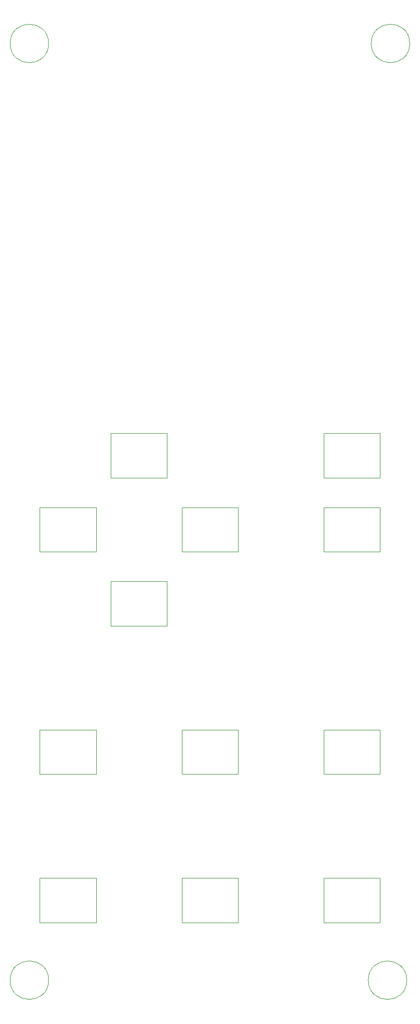
<source format=gbr>
%TF.GenerationSoftware,KiCad,Pcbnew,(6.0.8)*%
%TF.CreationDate,2022-11-02T23:41:58+01:00*%
%TF.ProjectId,crane,6372616e-652e-46b6-9963-61645f706362,rev?*%
%TF.SameCoordinates,Original*%
%TF.FileFunction,Other,User*%
%FSLAX46Y46*%
G04 Gerber Fmt 4.6, Leading zero omitted, Abs format (unit mm)*
G04 Created by KiCad (PCBNEW (6.0.8)) date 2022-11-02 23:41:58*
%MOMM*%
%LPD*%
G01*
G04 APERTURE LIST*
%ADD10C,0.050000*%
G04 APERTURE END LIST*
D10*
%TO.C,SW11*%
X154750000Y-240250000D02*
X154750000Y-240000000D01*
X145250000Y-240250000D02*
X145500000Y-240250000D01*
X154750000Y-233000000D02*
X154750000Y-240000000D01*
X145250000Y-240000000D02*
X145250000Y-233000000D01*
X145250000Y-232750000D02*
X145500000Y-232750000D01*
X145250000Y-233000000D02*
X145250000Y-232750000D01*
X154500000Y-240250000D02*
X145500000Y-240250000D01*
X145250000Y-240000000D02*
X145250000Y-240250000D01*
X154750000Y-232750000D02*
X154750000Y-233000000D01*
X154500000Y-240250000D02*
X154750000Y-240250000D01*
X145500000Y-232750000D02*
X154500000Y-232750000D01*
X154500000Y-232750000D02*
X154750000Y-232750000D01*
%TO.C,SW5*%
X145500000Y-170250000D02*
X154500000Y-170250000D01*
X154750000Y-177750000D02*
X154750000Y-177500000D01*
X154750000Y-170500000D02*
X154750000Y-177500000D01*
X154500000Y-177750000D02*
X154750000Y-177750000D01*
X145250000Y-170500000D02*
X145250000Y-170250000D01*
X154500000Y-170250000D02*
X154750000Y-170250000D01*
X145250000Y-177500000D02*
X145250000Y-177750000D01*
X145250000Y-177750000D02*
X145500000Y-177750000D01*
X145250000Y-177500000D02*
X145250000Y-170500000D01*
X154750000Y-170250000D02*
X154750000Y-170500000D01*
X154500000Y-177750000D02*
X145500000Y-177750000D01*
X145250000Y-170250000D02*
X145500000Y-170250000D01*
%TO.C,SW8*%
X145250000Y-215250000D02*
X145500000Y-215250000D01*
X145250000Y-207750000D02*
X145500000Y-207750000D01*
X154750000Y-215250000D02*
X154750000Y-215000000D01*
X145250000Y-208000000D02*
X145250000Y-207750000D01*
X154500000Y-215250000D02*
X154750000Y-215250000D01*
X154500000Y-215250000D02*
X145500000Y-215250000D01*
X145250000Y-215000000D02*
X145250000Y-208000000D01*
X154500000Y-207750000D02*
X154750000Y-207750000D01*
X154750000Y-207750000D02*
X154750000Y-208000000D01*
X154750000Y-208000000D02*
X154750000Y-215000000D01*
X145250000Y-215000000D02*
X145250000Y-215250000D01*
X145500000Y-207750000D02*
X154500000Y-207750000D01*
%TO.C,H2*%
X183250000Y-250000000D02*
G75*
G03*
X183250000Y-250000000I-3250000J0D01*
G01*
%TO.C,SW10*%
X130750000Y-232750000D02*
X130750000Y-233000000D01*
X121250000Y-240250000D02*
X121500000Y-240250000D01*
X130500000Y-240250000D02*
X121500000Y-240250000D01*
X121250000Y-232750000D02*
X121500000Y-232750000D01*
X121250000Y-240000000D02*
X121250000Y-240250000D01*
X121500000Y-232750000D02*
X130500000Y-232750000D01*
X130500000Y-232750000D02*
X130750000Y-232750000D01*
X130750000Y-233000000D02*
X130750000Y-240000000D01*
X130750000Y-240250000D02*
X130750000Y-240000000D01*
X130500000Y-240250000D02*
X130750000Y-240250000D01*
X121250000Y-233000000D02*
X121250000Y-232750000D01*
X121250000Y-240000000D02*
X121250000Y-233000000D01*
%TO.C,H3*%
X122750000Y-250000000D02*
G75*
G03*
X122750000Y-250000000I-3250000J0D01*
G01*
%TO.C,SW12*%
X169500000Y-232750000D02*
X178500000Y-232750000D01*
X178500000Y-240250000D02*
X178750000Y-240250000D01*
X178750000Y-240250000D02*
X178750000Y-240000000D01*
X178500000Y-240250000D02*
X169500000Y-240250000D01*
X178500000Y-232750000D02*
X178750000Y-232750000D01*
X169250000Y-233000000D02*
X169250000Y-232750000D01*
X169250000Y-240000000D02*
X169250000Y-233000000D01*
X178750000Y-232750000D02*
X178750000Y-233000000D01*
X178750000Y-233000000D02*
X178750000Y-240000000D01*
X169250000Y-232750000D02*
X169500000Y-232750000D01*
X169250000Y-240250000D02*
X169500000Y-240250000D01*
X169250000Y-240000000D02*
X169250000Y-240250000D01*
%TO.C,SW1*%
X178500000Y-165250000D02*
X178750000Y-165250000D01*
X178750000Y-158000000D02*
X178750000Y-165000000D01*
X178500000Y-165250000D02*
X169500000Y-165250000D01*
X169500000Y-157750000D02*
X178500000Y-157750000D01*
X178500000Y-157750000D02*
X178750000Y-157750000D01*
X169250000Y-165250000D02*
X169500000Y-165250000D01*
X178750000Y-165250000D02*
X178750000Y-165000000D01*
X169250000Y-165000000D02*
X169250000Y-165250000D01*
X169250000Y-158000000D02*
X169250000Y-157750000D01*
X169250000Y-157750000D02*
X169500000Y-157750000D01*
X169250000Y-165000000D02*
X169250000Y-158000000D01*
X178750000Y-157750000D02*
X178750000Y-158000000D01*
%TO.C,H4*%
X183750000Y-92000000D02*
G75*
G03*
X183750000Y-92000000I-3250000J0D01*
G01*
%TO.C,SW3*%
X142750000Y-157750000D02*
X142750000Y-158000000D01*
X133250000Y-165000000D02*
X133250000Y-165250000D01*
X142500000Y-165250000D02*
X142750000Y-165250000D01*
X133500000Y-157750000D02*
X142500000Y-157750000D01*
X133250000Y-165000000D02*
X133250000Y-158000000D01*
X142750000Y-158000000D02*
X142750000Y-165000000D01*
X133250000Y-165250000D02*
X133500000Y-165250000D01*
X133250000Y-158000000D02*
X133250000Y-157750000D01*
X142750000Y-165250000D02*
X142750000Y-165000000D01*
X133250000Y-157750000D02*
X133500000Y-157750000D01*
X142500000Y-157750000D02*
X142750000Y-157750000D01*
X142500000Y-165250000D02*
X133500000Y-165250000D01*
%TO.C,SW9*%
X178750000Y-215250000D02*
X178750000Y-215000000D01*
X169250000Y-215250000D02*
X169500000Y-215250000D01*
X178750000Y-207750000D02*
X178750000Y-208000000D01*
X169250000Y-207750000D02*
X169500000Y-207750000D01*
X178500000Y-207750000D02*
X178750000Y-207750000D01*
X178750000Y-208000000D02*
X178750000Y-215000000D01*
X178500000Y-215250000D02*
X169500000Y-215250000D01*
X169250000Y-208000000D02*
X169250000Y-207750000D01*
X169500000Y-207750000D02*
X178500000Y-207750000D01*
X169250000Y-215000000D02*
X169250000Y-215250000D01*
X169250000Y-215000000D02*
X169250000Y-208000000D01*
X178500000Y-215250000D02*
X178750000Y-215250000D01*
%TO.C,SW2*%
X130750000Y-170250000D02*
X130750000Y-170500000D01*
X121500000Y-170250000D02*
X130500000Y-170250000D01*
X130500000Y-170250000D02*
X130750000Y-170250000D01*
X130750000Y-177750000D02*
X130750000Y-177500000D01*
X130500000Y-177750000D02*
X121500000Y-177750000D01*
X121250000Y-177750000D02*
X121500000Y-177750000D01*
X121250000Y-170500000D02*
X121250000Y-170250000D01*
X130500000Y-177750000D02*
X130750000Y-177750000D01*
X121250000Y-170250000D02*
X121500000Y-170250000D01*
X130750000Y-170500000D02*
X130750000Y-177500000D01*
X121250000Y-177500000D02*
X121250000Y-170500000D01*
X121250000Y-177500000D02*
X121250000Y-177750000D01*
%TO.C,SW7*%
X130500000Y-207750000D02*
X130750000Y-207750000D01*
X121250000Y-215000000D02*
X121250000Y-208000000D01*
X121250000Y-215000000D02*
X121250000Y-215250000D01*
X121250000Y-215250000D02*
X121500000Y-215250000D01*
X130750000Y-207750000D02*
X130750000Y-208000000D01*
X130750000Y-208000000D02*
X130750000Y-215000000D01*
X121250000Y-207750000D02*
X121500000Y-207750000D01*
X121500000Y-207750000D02*
X130500000Y-207750000D01*
X130500000Y-215250000D02*
X130750000Y-215250000D01*
X130750000Y-215250000D02*
X130750000Y-215000000D01*
X121250000Y-208000000D02*
X121250000Y-207750000D01*
X130500000Y-215250000D02*
X121500000Y-215250000D01*
%TO.C,H1*%
X122750000Y-92000000D02*
G75*
G03*
X122750000Y-92000000I-3250000J0D01*
G01*
%TO.C,SW4*%
X142750000Y-183000000D02*
X142750000Y-190000000D01*
X133250000Y-190000000D02*
X133250000Y-183000000D01*
X133250000Y-182750000D02*
X133500000Y-182750000D01*
X142500000Y-182750000D02*
X142750000Y-182750000D01*
X133500000Y-182750000D02*
X142500000Y-182750000D01*
X142750000Y-182750000D02*
X142750000Y-183000000D01*
X142500000Y-190250000D02*
X133500000Y-190250000D01*
X133250000Y-190000000D02*
X133250000Y-190250000D01*
X142500000Y-190250000D02*
X142750000Y-190250000D01*
X133250000Y-190250000D02*
X133500000Y-190250000D01*
X142750000Y-190250000D02*
X142750000Y-190000000D01*
X133250000Y-183000000D02*
X133250000Y-182750000D01*
%TO.C,SW6*%
X178500000Y-177750000D02*
X178750000Y-177750000D01*
X169250000Y-177500000D02*
X169250000Y-177750000D01*
X169500000Y-170250000D02*
X178500000Y-170250000D01*
X178500000Y-177750000D02*
X169500000Y-177750000D01*
X169250000Y-177500000D02*
X169250000Y-170500000D01*
X178500000Y-170250000D02*
X178750000Y-170250000D01*
X178750000Y-170250000D02*
X178750000Y-170500000D01*
X169250000Y-177750000D02*
X169500000Y-177750000D01*
X169250000Y-170250000D02*
X169500000Y-170250000D01*
X178750000Y-177750000D02*
X178750000Y-177500000D01*
X178750000Y-170500000D02*
X178750000Y-177500000D01*
X169250000Y-170500000D02*
X169250000Y-170250000D01*
%TD*%
M02*

</source>
